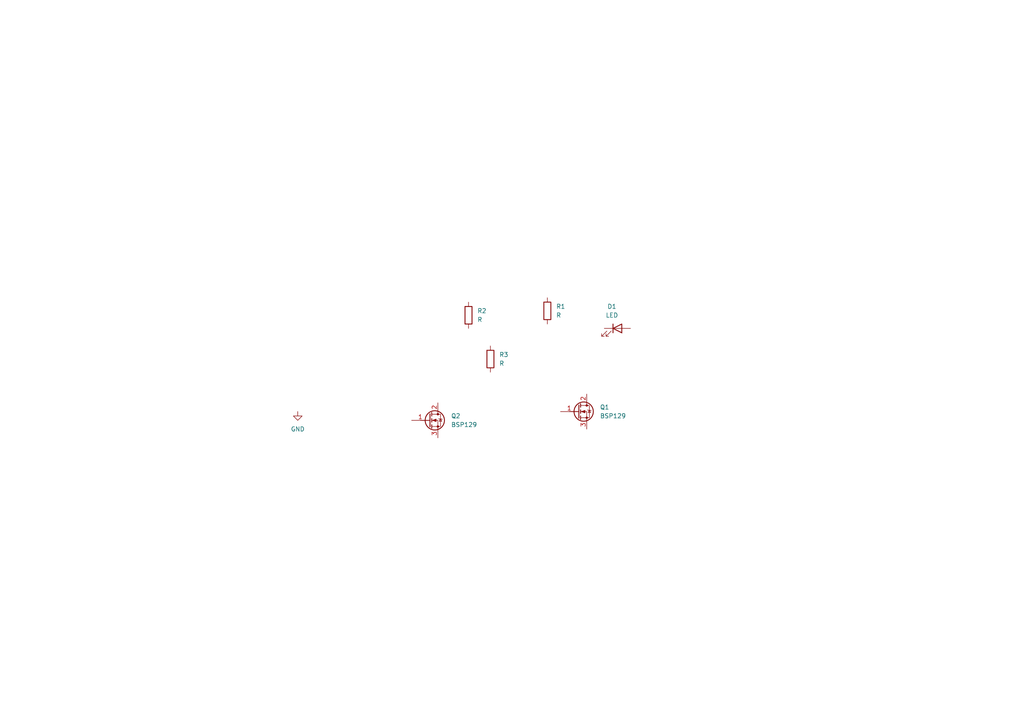
<source format=kicad_sch>
(kicad_sch (version 20250114) (generator "eeschema") (generator_version "9.0")
  (paper "A4")
  (lib_symbols
    (symbol "Device:LED" (pin_numbers (hide yes)) (pin_names (offset 1.016) (hide yes))
      (property "Reference" "D" (at 0 2.54 0))
      (property "Value" "LED" (at 0 -2.54 0))
      (symbol "LED_0_1"
        (polyline (pts (xy -3.048 -0.762) (xy -4.572 -2.286) (xy -3.81 -2.286) (xy -4.572 -2.286) (xy -4.572 -1.524)))
        (polyline (pts (xy -1.778 -0.762) (xy -3.302 -2.286) (xy -2.54 -2.286) (xy -3.302 -2.286) (xy -3.302 -1.524)))
        (polyline (pts (xy -1.27 0) (xy 1.27 0)))
        (polyline (pts (xy -1.27 -1.27) (xy -1.27 1.27)) (stroke (width 0.254)))
        (polyline (pts (xy 1.27 -1.27) (xy 1.27 1.27) (xy -1.27 0) (xy 1.27 -1.27)) (stroke (width 0.254)))
      )
      (symbol "LED_1_1"
        (pin passive line (at -3.81 0 0) (length 2.54) (name "K") (number "1"))
        (pin passive line (at 3.81 0 180) (length 2.54) (name "A") (number "2"))
      )
    )
    (symbol "Device:R" (pin_numbers (hide yes)) (pin_names (offset 0))
      (property "Reference" "R" (at 2.032 0 90))
      (property "Value" "R" (at 0 0 90))
      (symbol "R_0_1"
        (rectangle (start -1.016 -2.54) (end 1.016 2.54) (stroke (width 0.254)))
      )
      (symbol "R_1_1"
        (pin passive line (at 0 3.81 270) (length 1.27) (name "~") (number "1"))
        (pin passive line (at 0 -3.81 90) (length 1.27) (name "~") (number "2"))
      )
    )
    (symbol "Transistor_FET:BSP129" (pin_names (hide yes))
      (property "Reference" "Q" (at 5.08 1.905 0))
      (property "Value" "BSP129" (at 5.08 0 0))
      (symbol "BSP129_0_1"
        (polyline (pts (xy 0.254 1.905) (xy 0.254 -1.905)) (stroke (width 0.254)))
        (polyline (pts (xy 0.254 0) (xy -2.54 0)))
        (polyline (pts (xy 0.762 2.286) (xy 0.762 1.27)) (stroke (width 0.254)))
        (polyline (pts (xy 0.762 0.508) (xy 0.762 -0.508)) (stroke (width 0.254)))
        (polyline (pts (xy 0.762 -1.27) (xy 0.762 -2.286)) (stroke (width 0.254)))
        (polyline (pts (xy 0.762 -1.778) (xy 3.302 -1.778) (xy 3.302 1.778) (xy 0.762 1.778)))
        (polyline (pts (xy 1.016 0) (xy 2.032 0.381) (xy 2.032 -0.381) (xy 1.016 0)) (fill (type outline)))
        (circle (center 1.651 0) (radius 2.794) (stroke (width 0.254)))
        (polyline (pts (xy 2.54 2.54) (xy 2.54 1.778)))
        (circle (center 2.54 1.778) (radius 0.254) (fill (type outline)))
        (circle (center 2.54 -1.778) (radius 0.254) (fill (type outline)))
        (polyline (pts (xy 2.54 -2.54) (xy 2.54 0) (xy 0.762 0)))
        (polyline (pts (xy 2.794 0.508) (xy 2.921 0.381) (xy 3.683 0.381) (xy 3.81 0.254)))
        (polyline (pts (xy 3.302 0.381) (xy 2.921 -0.254) (xy 3.683 -0.254) (xy 3.302 0.381)))
      )
      (symbol "BSP129_1_1"
        (pin input line (at -5.08 0 0) (length 5.08) (name "G") (number "1"))
        (pin passive line (at 2.54 5.08 270) (length 2.54) (name "D") (number "2"))
        (pin passive line (at 2.54 -5.08 90) (length 2.54) (name "S") (number "3"))
      )
    )
    (symbol "power:GND" (power) (pin_numbers (hide yes)) (pin_names (offset 0) (hide yes))
      (property "Value" "GND" (at 0 -3.81 0))
      (symbol "GND_0_1"
        (polyline (pts (xy 0 0) (xy 0 -1.27) (xy 1.27 -1.27) (xy 0 -2.54) (xy -1.27 -1.27) (xy 0 -1.27)))
      )
      (symbol "GND_1_1"
        (pin power_in line (at 0 0 270) (length 0) (name "~") (number "1"))
      )
    )
  )
  (symbol (lib_id "Device:LED") (at 179.07 95.25 0) (unit 1)
    (property "Reference" "D1" (at 177.4825 88.9 0))
    (property "Value" "LED" (at 177.4825 91.44 0))
    (property "Description" "Light emitting diode" (effects (hide yes)))
    (property "Sim.Pins" "1=K 2=A" (effects (hide yes)))
  )
  (symbol (lib_id "Transistor_FET:BSP129") (at 167.64 119.38 0) (unit 1)
    (property "Reference" "Q1" (at 173.99 118.1099 0) (effects (justify left)))
    (property "Value" "BSP129" (at 173.99 120.6499 0) (effects (justify left)))
    (property "Footprint" "Package_TO_SOT_SMD:SOT-223-3_TabPin2" (effects (hide yes)))
    (property "Datasheet" "https://www.infineon.com/dgdl/Infineon-BSP129-DS-v01_42-en.pdf?fileId=db3a30433c1a8752013c1fc296d2395f" (effects (hide yes)))
    (property "Description" "0.35A Id, 240V Vds, N-Channel MOSFET, SOT-223" (effects (hide yes)))
  )
  (symbol (lib_id "Device:R") (at 135.89 91.44 0) (unit 1)
    (property "Reference" "R2" (at 138.43 90.1699 0) (effects (justify left)))
    (property "Value" "R" (at 138.43 92.7099 0) (effects (justify left)))
    (property "Description" "Resistor" (effects (hide yes)))
  )
  (symbol (lib_id "power:GND") (at 86.36 119.38 0) (unit 1)
    (property "Reference" "#PWR01" (effects (hide yes)))
    (property "Value" "GND" (at 86.36 124.46 0))
    (property "Description" "Power symbol creates a global label with name \"GND\" , ground" (effects (hide yes)))
  )
  (symbol (lib_id "Device:R") (at 158.75 90.17 0) (unit 1)
    (property "Reference" "R1" (at 161.29 88.8999 0) (effects (justify left)))
    (property "Value" "R" (at 161.29 91.4399 0) (effects (justify left)))
    (property "Description" "Resistor" (effects (hide yes)))
  )
  (symbol (lib_id "Device:R") (at 142.24 104.14 0) (unit 1)
    (property "Reference" "R3" (at 144.78 102.8699 0) (effects (justify left)))
    (property "Value" "R" (at 144.78 105.4099 0) (effects (justify left)))
    (property "Description" "Resistor" (effects (hide yes)))
  )
  (symbol (lib_id "Transistor_FET:BSP129") (at 124.46 121.92 0) (unit 1)
    (property "Reference" "Q2" (at 130.81 120.6499 0) (effects (justify left)))
    (property "Value" "BSP129" (at 130.81 123.1899 0) (effects (justify left)))
    (property "Footprint" "Package_TO_SOT_SMD:SOT-223-3_TabPin2" (effects (hide yes)))
    (property "Datasheet" "https://www.infineon.com/dgdl/Infineon-BSP129-DS-v01_42-en.pdf?fileId=db3a30433c1a8752013c1fc296d2395f" (effects (hide yes)))
    (property "Description" "0.35A Id, 240V Vds, N-Channel MOSFET, SOT-223" (effects (hide yes)))
  )
)
</source>
